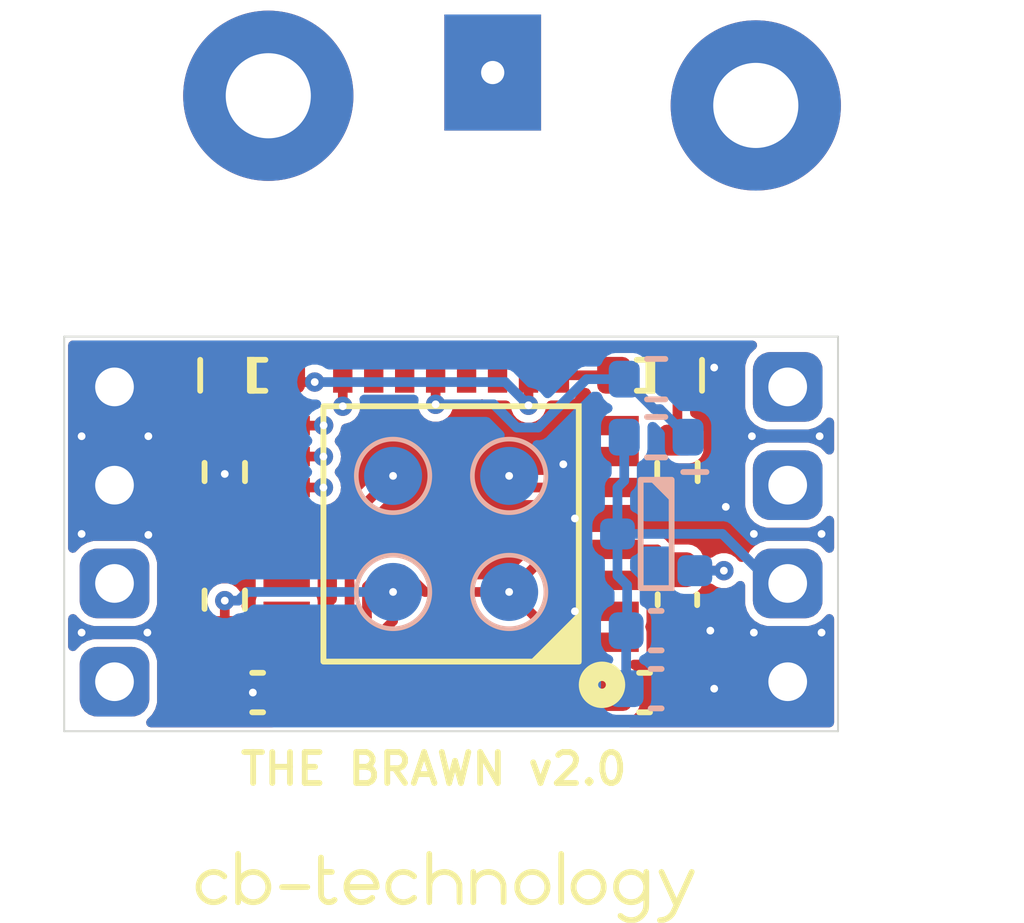
<source format=kicad_pcb>
(kicad_pcb (version 20221018) (generator pcbnew)
  (title_block (title "THE BRAINS - 20A LOGIC") (date "2023-05-22") (rev "v1.0") (company "CB-TECHNOLOGY"))
  (layers (0 "F.Cu" signal) (1 "In1.Cu" signal) (2 "In2.Cu" signal) (31 "B.Cu" signal) (34 "B.Paste" user) (35 "F.Paste" user) (36 "B.SilkS" user "B.Silkscreen") (37 "F.SilkS" user "F.Silkscreen") (38 "B.Mask" user) (39 "F.Mask" user) (44 "Edge.Cuts" user))
  (net 0 "")
  (net 3 "VCC")
  (net 5 "GND")
  (net 6 "+3.3V")
  (net 12 "/SIGNAL")
  (net 14 "/LED_GREEN")
  (net 15 "/nRST")
  (net 16 "/A_FET_N1")
  (net 17 "/A_FET_N1_HS")
  (net 18 "/LED_RED")
  (net 20 "/V_BATT")
  (net 22 "/SWDIO")
  (net 23 "/SWDCLK")
  (net 25 "/A_FET_N2_HS")
  (net 26 "/A_FET_N2")
  (net 33 "Net-(DS1-K)")
  (net 34 "Net-(DS2-K)")
  (net 35 "/INVERT")
  (footprint "MountingHole:MountingHole_2.2mm_M2_Pad_TopBottom" (layer "F.Cu") (at 146.575 147.375)
    (fp_text reference "H3" hide)
    (fp_text value "MountingHole_Pad")
    (pad "1" thru_hole circle (at 0 0) (size 1 1) (drill 0.6) (layers "*.Cu" "*.Mask") (net 5 "GND"))
    (pad "1" connect rect (at 0 0) (size 2.5 3) (layers "F.Cu" "F.Mask") (net 5 "GND"))
    (pad "1" connect rect (at 0 0) (size 2.5 3) (layers "B.Cu" "B.Mask") (net 5 "GND"))
  )
  (footprint "MountingHole:MountingHole_2.2mm_M2_Pad_TopBottom" (layer "F.Cu") (at 153.375 148.225)
    (fp_text reference "H2" hide)
    (fp_text value "MountingHole_Pad")
    (pad "1" thru_hole circle (at 0 0) (size 2.6 2.6) (drill 2.2) (layers "*.Cu" "*.Mask") (net 12 "/SIGNAL"))
    (pad "1" connect circle (at 0 0) (size 4.4 4.4) (layers "F.Cu" "F.Mask") (net 12 "/SIGNAL"))
    (pad "1" connect circle (at 0 0) (size 4.4 4.4) (layers "B.Cu" "B.Mask") (net 12 "/SIGNAL"))
  )
  (footprint ".R_Resistor:R_0603" (layer "F.Cu") (at 139.65 161 90)
    (fp_text reference "R2" hide)
    (fp_text value "10K" hide)
    (pad "1" smd roundrect (at -0.825 0 90) (size 0.8 0.95) (layers "F.Cu" "F.Paste" "F.Mask") (net 23 "/SWDCLK"))
    (pad "2" smd roundrect (at 0.825 0 90) (size 0.8 0.95) (layers "F.Cu" "F.Paste" "F.Mask") (net 5 "GND"))
  )
  (footprint ".J_Connector:Pins-2.54-1x4" (layer "F.Cu") (at 136.8 155.5)
    (fp_text reference "J2" hide)
    (fp_text value "Pins_2.54_1x4" hide)
    (pad "1" thru_hole roundrect (at 0 0) (size 1.8 1.8) (drill 1) (layers "*.Cu" "*.Mask") (net 5 "GND"))
    (pad "2" thru_hole roundrect (at 0 2.54) (size 1.8 1.8) (drill 1) (layers "*.Cu" "*.Mask") (net 5 "GND"))
    (pad "3" thru_hole roundrect (at 0 5.08) (size 1.8 1.8) (drill 1) (layers "*.Cu" "*.Mask") (net 26 "/A_FET_N2"))
    (pad "4" thru_hole roundrect (at 0 7.62) (size 1.8 1.8) (drill 1) (layers "*.Cu" "*.Mask") (net 16 "/A_FET_N1"))
  )
  (footprint ".R_Resistor:R_0603" (layer "F.Cu") (at 151.35 157.7 -90)
    (fp_text reference "R10" hide)
    (fp_text value "120R" hide)
    (pad "1" smd roundrect (at -0.825 0 270) (size 0.8 0.95) (layers "F.Cu" "F.Paste" "F.Mask") (net 34 "Net-(DS2-K)"))
    (pad "2" smd roundrect (at 0.825 0 270) (size 0.8 0.95) (layers "F.Cu" "F.Paste" "F.Mask") (net 5 "GND"))
  )
  (footprint ".R_Resistor:R_0603" (layer "F.Cu") (at 139.65 157.7 -90)
    (fp_text reference "R8" hide)
    (fp_text value "120R" hide)
    (pad "1" smd roundrect (at -0.825 0 270) (size 0.8 0.95) (layers "F.Cu" "F.Paste" "F.Mask") (net 33 "Net-(DS1-K)"))
    (pad "2" smd roundrect (at 0.825 0 270) (size 0.8 0.95) (layers "F.Cu" "F.Paste" "F.Mask") (net 5 "GND"))
  )
  (footprint ".C_Capacitor:C_0603" (layer "F.Cu") (at 151.35 161 -90)
    (fp_text reference "C5" hide)
    (fp_text value "100nF" hide)
    (pad "1" smd roundrect (at -0.775 0 270) (size 0.9 0.95) (layers "F.Cu" "F.Paste" "F.Mask") (net 6 "+3.3V"))
    (pad "2" smd roundrect (at 0.775 0 270) (size 0.9 0.95) (layers "F.Cu" "F.Paste" "F.Mask") (net 5 "GND"))
  )
  (footprint ".C_Capacitor:C_0603" (layer "F.Cu") (at 140.5 163.4 180)
    (fp_text reference "C9" hide)
    (fp_text value "4.7uF" hide)
    (pad "1" smd roundrect (at -0.775 0 180) (size 0.9 0.95) (layers "F.Cu" "F.Paste" "F.Mask") (net 6 "+3.3V"))
    (pad "2" smd roundrect (at 0.775 0 180) (size 0.9 0.95) (layers "F.Cu" "F.Paste" "F.Mask") (net 5 "GND"))
  )
  (footprint "MountingHole:MountingHole_2.2mm_M2_Pad_TopBottom" (layer "F.Cu") (at 140.775 147.975)
    (fp_text reference "H1" hide)
    (fp_text value "MountingHole_Pad")
    (pad "1" thru_hole circle (at 0 0) (size 2.6 2.6) (drill 2.2) (layers "*.Cu" "*.Mask") (net 35 "/INVERT"))
    (pad "1" connect circle (at 0 0) (size 4.4 4.4) (layers "F.Cu" "F.Mask") (net 35 "/INVERT"))
    (pad "1" connect circle (at 0 0) (size 4.4 4.4) (layers "B.Cu" "B.Mask") (net 35 "/INVERT"))
  )
  (footprint ".U_IC:LQFP32_08_7x7" (layer "F.Cu") (at 145.5 159.3 180)
    (fp_text reference "U1" hide)
    (fp_text value "STM32G030KxTx" hide)
    (pad "1" smd rect (at -4.25 -2.8 270) (size 0.5 1.2) (layers "F.Cu" "F.Paste" "F.Mask"))
    (pad "2" smd rect (at -4.25 -2 270) (size 0.5 1.2) (layers "F.Cu" "F.Paste" "F.Mask"))
    (pad "3" smd rect (at -4.25 -1.2 270) (size 0.5 1.2) (layers "F.Cu" "F.Paste" "F.Mask"))
    (pad "4" smd rect (at -4.25 -0.4 270) (size 0.5 1.2) (layers "F.Cu" "F.Paste" "F.Mask") (net 6 "+3.3V"))
    (pad "5" smd rect (at -4.25 0.4 270) (size 0.5 1.2) (layers "F.Cu" "F.Paste" "F.Mask") (net 5 "GND"))
    (pad "6" smd rect (at -4.25 1.2 270) (size 0.5 1.2) (layers "F.Cu" "F.Paste" "F.Mask") (net 15 "/nRST"))
    (pad "7" smd rect (at -4.25 2 270) (size 0.5 1.2) (layers "F.Cu" "F.Paste" "F.Mask"))
    (pad "8" smd rect (at -4.25 2.8 270) (size 0.5 1.2) (layers "F.Cu" "F.Paste" "F.Mask"))
    (pad "9" smd rect (at -2.8 4.25 180) (size 0.5 1.2) (layers "F.Cu" "F.Paste" "F.Mask") (net 14 "/LED_GREEN"))
    (pad "10" smd rect (at -2 4.25 180) (size 0.5 1.2) (layers "F.Cu" "F.Paste" "F.Mask") (net 18 "/LED_RED"))
    (pad "11" smd rect (at -1.2 4.25 180) (size 0.5 1.2) (layers "F.Cu" "F.Paste" "F.Mask"))
    (pad "12" smd rect (at -0.4 4.25 180) (size 0.5 1.2) (layers "F.Cu" "F.Paste" "F.Mask"))
    (pad "13" smd rect (at 0.4 4.25 180) (size 0.5 1.2) (layers "F.Cu" "F.Paste" "F.Mask") (net 20 "/V_BATT"))
    (pad "14" smd rect (at 1.2 4.25 180) (size 0.5 1.2) (layers "F.Cu" "F.Paste" "F.Mask"))
    (pad "15" smd rect (at 2 4.25 180) (size 0.5 1.2) (layers "F.Cu" "F.Paste" "F.Mask"))
    (pad "16" smd rect (at 2.8 4.25 180) (size 0.5 1.2) (layers "F.Cu" "F.Paste" "F.Mask") (net 17 "/A_FET_N1_HS"))
    (pad "17" smd rect (at 4.25 2.8 270) (size 0.5 1.2) (layers "F.Cu" "F.Paste" "F.Mask") (net 25 "/A_FET_N2_HS"))
    (pad "18" smd rect (at 4.25 2 270) (size 0.5 1.2) (layers "F.Cu" "F.Paste" "F.Mask") (net 16 "/A_FET_N1"))
    (pad "19" smd rect (at 4.25 1.2 270) (size 0.5 1.2) (layers "F.Cu" "F.Paste" "F.Mask") (net 26 "/A_FET_N2"))
    (pad "20" smd rect (at 4.25 0.4 270) (size 0.5 1.2) (layers "F.Cu" "F.Paste" "F.Mask"))
    (pad "21" smd rect (at 4.25 -0.4 270) (size 0.5 1.2) (layers "F.Cu" "F.Paste" "F.Mask"))
    (pad "22" smd rect (at 4.25 -1.2 270) (size 0.5 1.2) (layers "F.Cu" "F.Paste" "F.Mask"))
    (pad "23" smd rect (at 4.25 -2 270) (size 0.5 1.2) (layers "F.Cu" "F.Paste" "F.Mask"))
    (pad "24" smd rect (at 4.25 -2.8 270) (size 0.5 1.2) (layers "F.Cu" "F.Paste" "F.Mask") (net 22 "/SWDIO"))
    (pad "25" smd rect (at 2.8 -4.25 180) (size 0.5 1.2) (layers "F.Cu" "F.Paste" "F.Mask") (net 23 "/SWDCLK"))
    (pad "26" smd rect (at 2 -4.25 180) (size 0.5 1.2) (layers "F.Cu" "F.Paste" "F.Mask"))
    (pad "27" smd rect (at 1.2 -4.25 180) (size 0.5 1.2) (layers "F.Cu" "F.Paste" "F.Mask"))
    (pad "28" smd rect (at 0.4 -4.25 180) (size 0.5 1.2) (layers "F.Cu" "F.Paste" "F.Mask"))
    (pad "29" smd rect (at -0.4 -4.25 180) (size 0.5 1.2) (layers "F.Cu" "F.Paste" "F.Mask"))
    (pad "30" smd rect (at -1.2 -4.25 180) (size 0.5 1.2) (layers "F.Cu" "F.Paste" "F.Mask") (net 35 "/INVERT"))
    (pad "31" smd rect (at -2 -4.25 180) (size 0.5 1.2) (layers "F.Cu" "F.Paste" "F.Mask") (net 12 "/SIGNAL"))
    (pad "32" smd rect (at -2.8 -4.25 180) (size 0.5 1.2) (layers "F.Cu" "F.Paste" "F.Mask"))
  )
  (footprint ".C_Capacitor:C_0603" (layer "F.Cu") (at 150.5 163.4)
    (fp_text reference "C7" hide)
    (fp_text value "1uF" hide)
    (pad "1" smd roundrect (at -0.775 0) (size 0.9 0.95) (layers "F.Cu" "F.Paste" "F.Mask") (net 6 "+3.3V"))
    (pad "2" smd roundrect (at 0.775 0) (size 0.9 0.95) (layers "F.Cu" "F.Paste" "F.Mask") (net 5 "GND"))
  )
  (footprint ".DS_LED:DS_0603" (layer "F.Cu") (at 150.5 155.2 180)
    (fp_text reference "DS2" hide)
    (fp_text value "GREEN" hide)
    (pad "1" smd roundrect (at -0.7875 0 180) (size 0.875 0.95) (layers "F.Cu" "F.Paste" "F.Mask") (net 34 "Net-(DS2-K)"))
    (pad "2" smd roundrect (at 0.7875 0 180) (size 0.875 0.95) (layers "F.Cu" "F.Paste" "F.Mask") (net 14 "/LED_GREEN"))
  )
  (footprint "LOGO" (layer "F.Cu") (at 145.35 168.425)
    (fp_text reference "G***" hide)
    (fp_text value "LOGO" hide)
  )
  (footprint ".J_Connector:Pins-2.54-1x4" (layer "F.Cu") (at 154.2 155.5)
    (fp_text reference "J1" hide)
    (fp_text value "Pins_2.54_1x4" hide)
    (pad "1" thru_hole roundrect (at 0 0) (size 1.8 1.8) (drill 1) (layers "*.Cu" "*.Mask") (net 17 "/A_FET_N1_HS"))
    (pad "2" thru_hole roundrect (at 0 2.54) (size 1.8 1.8) (drill 1) (layers "*.Cu" "*.Mask") (net 25 "/A_FET_N2_HS"))
    (pad "3" thru_hole roundrect (at 0 5.08) (size 1.8 1.8) (drill 1) (layers "*.Cu" "*.Mask") (net 3 "VCC"))
    (pad "4" thru_hole roundrect (at 0 7.62) (size 1.8 1.8) (drill 1) (layers "*.Cu" "*.Mask") (net 5 "GND"))
  )
  (footprint ".DS_LED:DS_0603" (layer "F.Cu") (at 140.5 155.2)
    (fp_text reference "DS1" hide)
    (fp_text value "RED" hide)
    (pad "1" smd roundrect (at -0.7875 0) (size 0.875 0.95) (layers "F.Cu" "F.Paste" "F.Mask") (net 33 "Net-(DS1-K)"))
    (pad "2" smd roundrect (at 0.7875 0) (size 0.875 0.95) (layers "F.Cu" "F.Paste" "F.Mask") (net 18 "/LED_RED"))
  )
  (footprint "TestPoint:TestPoint_Pad_D1.5mm" (layer "B.Cu") (at 147 160.8 180)
    (fp_text reference "TP1" hide)
    (fp_text value "TestPoint")
    (pad "1" smd circle (at 0 0 180) (size 1.5 1.5) (layers "B.Cu" "B.Mask") (net 6 "+3.3V"))
  )
  (footprint "TestPoint:TestPoint_Pad_D1.5mm" (layer "B.Cu") (at 144 157.8 180)
    (fp_text reference "TP3" hide)
    (fp_text value "TestPoint")
    (pad "1" smd circle (at 0 0 180) (size 1.5 1.5) (layers "B.Cu" "B.Mask") (net 22 "/SWDIO"))
  )
  (footprint ".R_Resistor:R_0603" (layer "B.Cu") (at 150.8 155.3)
    (fp_text reference "R4" hide)
    (fp_text value "10K" hide)
    (pad "1" smd roundrect (at -0.825 0) (size 0.8 0.95) (layers "B.Cu" "B.Paste" "B.Mask") (net 20 "/V_BATT"))
    (pad "2" smd roundrect (at 0.825 0) (size 0.8 0.95) (layers "B.Cu" "B.Paste" "B.Mask") (net 5 "GND"))
  )
  (footprint ".C_Capacitor:C_0603" (layer "B.Cu") (at 150.8 163.3)
    (fp_text reference "C1" hide)
    (fp_text value "1uF" hide)
    (pad "1" smd roundrect (at -0.775 0) (size 0.9 0.95) (layers "B.Cu" "B.Paste" "B.Mask") (net 3 "VCC"))
    (pad "2" smd roundrect (at 0.775 0) (size 0.9 0.95) (layers "B.Cu" "B.Paste" "B.Mask") (net 5 "GND"))
  )
  (footprint ".R_Resistor:R_0603" (layer "B.Cu") (at 150.8 156.8)
    (fp_text reference "R3" hide)
    (fp_text value "62K" hide)
    (pad "1" smd roundrect (at -0.825 0) (size 0.8 0.95) (layers "B.Cu" "B.Paste" "B.Mask") (net 3 "VCC"))
    (pad "2" smd roundrect (at 0.825 0) (size 0.8 0.95) (layers "B.Cu" "B.Paste" "B.Mask") (net 20 "/V_BATT"))
  )
  (footprint ".C_Capacitor:C_0603" (layer "B.Cu") (at 150.8 161.8)
    (fp_text reference "C3" hide)
    (fp_text value "100nF" hide)
    (pad "1" smd roundrect (at -0.775 0) (size 0.9 0.95) (layers "B.Cu" "B.Paste" "B.Mask") (net 3 "VCC"))
    (pad "2" smd roundrect (at 0.775 0) (size 0.9 0.95) (layers "B.Cu" "B.Paste" "B.Mask") (net 5 "GND"))
  )
  (footprint "TestPoint:TestPoint_Pad_D1.5mm" (layer "B.Cu") (at 147 157.8 180)
    (fp_text reference "TP2" hide)
    (fp_text value "TestPoint")
    (pad "1" smd circle (at 0 0 180) (size 1.5 1.5) (layers "B.Cu" "B.Mask") (net 15 "/nRST"))
  )
  (footprint ".U_IC:SOT23_3" (layer "B.Cu") (at 150.8 159.3 180)
    (fp_text reference "U2" hide)
    (fp_text value "LR7533" hide)
    (pad "1" smd roundrect (at -1 0.95 180) (size 0.9 0.8) (layers "B.Cu" "B.Paste" "B.Mask") (net 5 "GND"))
    (pad "2" smd roundrect (at -1 -0.95 180) (size 0.9 0.8) (layers "B.Cu" "B.Paste" "B.Mask") (net 6 "+3.3V"))
    (pad "3" smd roundrect (at 1 0 180) (size 0.9 0.8) (layers "B.Cu" "B.Paste" "B.Mask") (net 3 "VCC"))
  )
  (footprint "TestPoint:TestPoint_Pad_D1.5mm" (layer "B.Cu") (at 144 160.8 180)
    (fp_text reference "TP4" hide)
    (fp_text value "TestPoint")
    (pad "1" smd circle (at 0 0 180) (size 1.5 1.5) (layers "B.Cu" "B.Mask") (net 23 "/SWDCLK"))
  )
  (gr_line (start 155.5 154.2) (end 155.5 164.4) (stroke (width 0.05)) (layer "Edge.Cuts"))
  (gr_line (start 135.5 154.2) (end 135.5 164.4) (stroke (width 0.05)) (layer "Edge.Cuts"))
  (gr_line (start 135.5 154.2) (end 155.5 154.2) (stroke (width 0.05)) (layer "Edge.Cuts"))
  (gr_line (start 155.5 164.4) (end 135.5 164.4) (stroke (width 0.05)) (layer "Edge.Cuts"))
  (gr_text "THE BRAWN v2.0" (at 145.05 165.375) (layer "F.SilkS") (effects (font (size 0.8 0.8))))
  (segment (start 150.05 161.775) (end 150.025 161.8) (width 0.25) (layer "B.Cu") (net 3))
  (segment (start 149.8 158.1) (end 149.975 157.925) (width 0.25) (layer "B.Cu") (net 3))
  (segment (start 154.2 160.58) (end 153.791827 160.58) (width 0.25) (layer "B.Cu") (net 3))
  (segment (start 149.8 159.3) (end 149.8 160.375) (width 0.25) (layer "B.Cu") (net 3))
  (segment (start 150.05 160.625) (end 150.05 161.775) (width 0.25) (layer "B.Cu") (net 3))
  (segment (start 149.8 160.375) (end 150.05 160.625) (width 0.25) (layer "B.Cu") (net 3))
  (segment (start 152.511827 159.3) (end 149.8 159.3) (width 0.25) (layer "B.Cu") (net 3))
  (segment (start 150.025 161.8) (end 150.025 163.3) (width 0.25) (layer "B.Cu") (net 3))
  (segment (start 149.8 159.3) (end 149.8 158.1) (width 0.25) (layer "B.Cu") (net 3))
  (segment (start 153.791827 160.58) (end 152.511827 159.3) (width 0.25) (layer "B.Cu") (net 3))
  (segment (start 149.975 157.925) (end 149.975 156.8) (width 0.25) (layer "B.Cu") (net 3))
  (via (at 135.95 159.3) (size 0.5) (drill 0.2) (layers "F.Cu" "B.Cu") (net 5))
  (via (at 152.6 158.6) (size 0.5) (drill 0.2) (layers "F.Cu" "B.Cu") (net 5))
  (via (at 155.075 161.85) (size 0.5) (drill 0.2) (layers "F.Cu" "B.Cu") (net 5))
  (via (at 155.075 159.3) (size 0.5) (drill 0.2) (layers "F.Cu" "B.Cu") (net 5))
  (via (at 137.65 161.85) (size 0.5) (drill 0.2) (layers "F.Cu" "B.Cu") (net 5))
  (via (at 148.7 158.9) (size 0.5) (drill 0.2) (layers "F.Cu" "B.Cu") (net 5))
  (via (at 153.275 156.775) (size 0.5) (drill 0.2) (layers "F.Cu" "B.Cu") (net 5))
  (via (at 137.675 159.325) (size 0.5) (drill 0.2) (layers "F.Cu" "B.Cu") (net 5))
  (via (at 137.675 156.775) (size 0.5) (drill 0.2) (layers "F.Cu" "B.Cu") (net 5))
  (via (at 148.7 161.3) (size 0.5) (drill 0.2) (layers "F.Cu" "B.Cu") (net 5))
  (via (at 153.325 161.85) (size 0.5) (drill 0.2) (layers "F.Cu" "B.Cu") (net 5))
  (via (at 152.3 163.3) (size 0.5) (drill 0.2) (layers "F.Cu" "B.Cu") (net 5))
  (via (at 153.325 159.3) (size 0.5) (drill 0.2) (layers "F.Cu" "B.Cu") (net 5))
  (via (at 155.025 156.775) (size 0.5) (drill 0.2) (layers "F.Cu" "B.Cu") (net 5))
  (via (at 139.65 157.75) (size 0.5) (drill 0.2) (layers "F.Cu" "B.Cu") (net 5))
  (via (at 140.3755 163.4) (size 0.5) (drill 0.2) (layers "F.Cu" "B.Cu") (net 5))
  (via (at 152.2 161.8) (size 0.5) (drill 0.2) (layers "F.Cu" "B.Cu") (net 5))
  (via (at 152.3 155) (size 0.5) (drill 0.2) (layers "F.Cu" "B.Cu") (net 5))
  (via (at 148.4 157.5) (size 0.5) (drill 0.2) (layers "F.Cu" "B.Cu") (net 5))
  (via (at 135.95 156.775) (size 0.5) (drill 0.2) (layers "F.Cu" "B.Cu") (net 5))
  (via (at 135.95 161.85) (size 0.5) (drill 0.2) (layers "F.Cu" "B.Cu") (net 5))
  (segment (start 148.1 159.7) (end 148.85 159.7) (width 0.25) (layer "F.Cu") (net 6))
  (segment (start 149.625 163.4) (end 147.025 160.8) (width 0.25) (layer "F.Cu") (net 6))
  (segment (start 152.55 160.25) (end 151.375 160.25) (width 0.25) (layer "F.Cu") (net 6))
  (segment (start 147.025 160.8) (end 147 160.8) (width 0.25) (layer "F.Cu") (net 6))
  (segment (start 149.75 159.7) (end 148.85 159.7) (width 0.25) (layer "F.Cu") (net 6))
  (segment (start 141.375 163.4) (end 143.325 161.45) (width 0.25) (layer "F.Cu") (net 6))
  (segment (start 143.325 161.45) (end 143.325 160.661827) (width 0.25) (layer "F.Cu") (net 6))
  (segment (start 151.375 160.25) (end 151.35 160.225) (width 0.25) (layer "F.Cu") (net 6))
  (segment (start 149.725 163.4) (end 149.625 163.4) (width 0.25) (layer "F.Cu") (net 6))
  (segment (start 150.825 159.7) (end 149.75 159.7) (width 0.25) (layer "F.Cu") (net 6))
  (segment (start 143.325 160.661827) (end 143.761827 160.225) (width 0.25) (layer "F.Cu") (net 6))
  (segment (start 151.35 160.225) (end 150.825 159.7) (width 0.25) (layer "F.Cu") (net 6))
  (segment (start 144.25 160.225) (end 144.825 160.8) (width 0.25) (layer "F.Cu") (net 6))
  (segment (start 141.275 163.4) (end 141.4 163.4) (width 0.25) (layer "F.Cu") (net 6))
  (segment (start 147 160.8) (end 148.1 159.7) (width 0.25) (layer "F.Cu") (net 6))
  (segment (start 144.825 160.8) (end 147 160.8) (width 0.25) (layer "F.Cu") (net 6))
  (segment (start 141.275 163.4) (end 141.375 163.4) (width 0.25) (layer "F.Cu") (net 6))
  (segment (start 143.761827 160.225) (end 144.25 160.225) (width 0.25) (layer "F.Cu") (net 6))
  (via (at 147 160.8) (size 0.5) (drill 0.2) (layers "F.Cu" "B.Cu") (net 6))
  (via (at 152.55 160.25) (size 0.5) (drill 0.2) (layers "F.Cu" "B.Cu") (net 6))
  (segment (start 152.55 160.25) (end 151.8 160.25) (width 0.25) (layer "B.Cu") (net 6))
  (segment (start 148.45 155.2) (end 148.3 155.05) (width 0.25) (layer "F.Cu") (net 14))
  (segment (start 149.7125 155.2) (end 148.45 155.2) (width 0.25) (layer "F.Cu") (net 14))
  (segment (start 147.3 158.1) (end 147 157.8) (width 0.25) (layer "F.Cu") (net 15))
  (segment (start 149.75 158.1) (end 147.3 158.1) (width 0.25) (layer "F.Cu") (net 15))
  (via (at 147 157.8) (size 0.5) (drill 0.2) (layers "F.Cu" "B.Cu") (net 15))
  (segment (start 141.25 157.3) (end 142.2 157.3) (width 0.25) (layer "F.Cu") (net 16))
  (via (at 142.2 157.3) (size 0.5) (drill 0.2) (layers "F.Cu" "B.Cu") (net 16))
  (segment (start 142.2 157.3) (end 142.213173 157.3) (width 0.25) (layer "B.Cu") (net 16))
  (segment (start 142.7 156) (end 142.7 155.05) (width 0.25) (layer "F.Cu") (net 17))
  (via (at 142.7 156) (size 0.5) (drill 0.2) (layers "F.Cu" "B.Cu") (net 17))
  (segment (start 141.4625 155.375) (end 141.2875 155.2) (width 0.25) (layer "F.Cu") (net 18))
  (segment (start 147.5 155.025) (end 147.5 155.975) (width 0.25) (layer "F.Cu") (net 18))
  (segment (start 141.975 155.375) (end 141.4625 155.375) (width 0.25) (layer "F.Cu") (net 18))
  (via (at 141.975 155.375) (size 0.5) (drill 0.2) (layers "F.Cu" "B.Cu") (net 18))
  (via (at 147.5 155.975) (size 0.5) (drill 0.2) (layers "F.Cu" "B.Cu") (net 18))
  (segment (start 141.975 155.375) (end 146.9 155.375) (width 0.25) (layer "B.Cu") (net 18))
  (segment (start 146.9 155.375) (end 147.5 155.975) (width 0.25) (layer "B.Cu") (net 18))
  (segment (start 145.1 155.95) (end 145.1 155.05) (width 0.25) (layer "F.Cu") (net 20))
  (via (at 145.1 155.95) (size 0.5) (drill 0.2) (layers "F.Cu" "B.Cu") (net 20))
  (segment (start 146.6 155.95) (end 147.2 156.55) (width 0.25) (layer "B.Cu") (net 20))
  (segment (start 147.2 156.55) (end 147.75 156.55) (width 0.25) (layer "B.Cu") (net 20))
  (segment (start 150.75 156.075) (end 149.975 155.3) (width 0.25) (layer "B.Cu") (net 20))
  (segment (start 150.9 156.075) (end 150.75 156.075) (width 0.25) (layer "B.Cu") (net 20))
  (segment (start 151.625 156.8) (end 150.9 156.075) (width 0.25) (layer "B.Cu") (net 20))
  (segment (start 145.1 155.95) (end 146.6 155.95) (width 0.25) (layer "B.Cu") (net 20))
  (segment (start 149 155.3) (end 149.975 155.3) (width 0.25) (layer "B.Cu") (net 20))
  (segment (start 147.75 156.55) (end 149 155.3) (width 0.25) (layer "B.Cu") (net 20))
  (segment (start 141.95 162.1) (end 142.875 161.175) (width 0.25) (layer "F.Cu") (net 22))
  (segment (start 142.875 158.925) (end 144 157.8) (width 0.25) (layer "F.Cu") (net 22))
  (segment (start 141.25 162.1) (end 141.95 162.1) (width 0.25) (layer "F.Cu") (net 22))
  (segment (start 142.875 161.175) (end 142.875 158.925) (width 0.25) (layer "F.Cu") (net 22))
  (via (at 144 157.8) (size 0.5) (drill 0.2) (layers "F.Cu" "B.Cu") (net 22))
  (segment (start 142.7 163.55) (end 142.7 162.85) (width 0.25) (layer "F.Cu") (net 23))
  (segment (start 142.7 162.85) (end 144 161.55) (width 0.25) (layer "F.Cu") (net 23))
  (segment (start 139.65 161.825) (end 139.65 161.0245) (width 0.25) (layer "F.Cu") (net 23))
  (segment (start 144 161.55) (end 144 160.8) (width 0.25) (layer "F.Cu") (net 23))
  (via (at 139.65 161.0245) (size 0.5) (drill 0.2) (layers "F.Cu" "B.Cu") (net 23))
  (via (at 144 160.8) (size 0.5) (drill 0.2) (layers "F.Cu" "B.Cu") (net 23))
  (segment (start 140.225 160.8) (end 144 160.8) (width 0.25) (layer "B.Cu") (net 23))
  (segment (start 140.0005 161.0245) (end 140.225 160.8) (width 0.25) (layer "B.Cu") (net 23))
  (segment (start 139.65 161.0245) (end 140.0005 161.0245) (width 0.25) (layer "B.Cu") (net 23))
  (segment (start 141.25 156.5) (end 142.2 156.5) (width 0.25) (layer "F.Cu") (net 25))
  (segment (start 142.2 156.5) (end 142.205377 156.494623) (width 0.25) (layer "F.Cu") (net 25))
  (via (at 142.205377 156.494623) (size 0.5) (drill 0.2) (layers "F.Cu" "B.Cu") (net 25))
  (segment (start 141.25 158.1) (end 142.2 158.1) (width 0.25) (layer "F.Cu") (net 26))
  (via (at 142.2 158.1) (size 0.5) (drill 0.2) (layers "F.Cu" "B.Cu") (net 26))
  (segment (start 139.65 155.2625) (end 139.7125 155.2) (width 0.25) (layer "F.Cu") (net 33))
  (segment (start 139.65 156.875) (end 139.65 155.2625) (width 0.25) (layer "F.Cu") (net 33))
  (segment (start 151.35 155.2625) (end 151.2875 155.2) (width 0.25) (layer "F.Cu") (net 34))
  (segment (start 151.35 156.875) (end 151.35 155.2625) (width 0.25) (layer "F.Cu") (net 34))
  (zone (net 5) (net_name "GND") (layers "F.Cu" "In1.Cu" "In2.Cu" "B.Cu") (connect_pads yes (clearance 0.2)) (min_thickness 0.25) (fill yes (thermal_gap 0.5) (thermal_bridge_width 0.5))
    (polygon (pts (xy 135.5 154.2) (xy 155.5 154.2) (xy 155.5 164.4) (xy 135.5 164.4)))
  )
)
</source>
